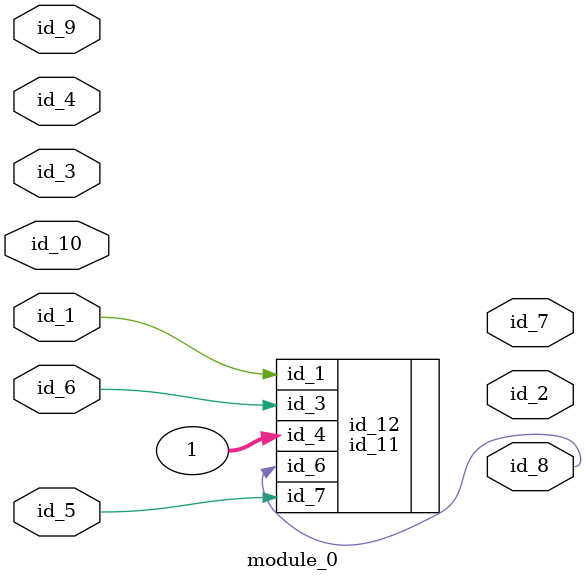
<source format=v>
module module_0 (
    id_1,
    id_2,
    id_3,
    id_4,
    id_5,
    id_6,
    id_7,
    id_8,
    id_9,
    id_10
);
  input id_10;
  input id_9;
  output id_8;
  output id_7;
  input id_6;
  input id_5;
  input id_4;
  input id_3;
  output id_2;
  input id_1;
  id_11 id_12 (
      .id_3(id_4),
      .id_6(id_8),
      .id_4(1),
      .id_7(id_2),
      .id_1(id_9 > id_1),
      .id_3(id_6),
      .id_7(id_5),
      .id_1(id_8),
      .id_1(id_1)
  );
endmodule

</source>
